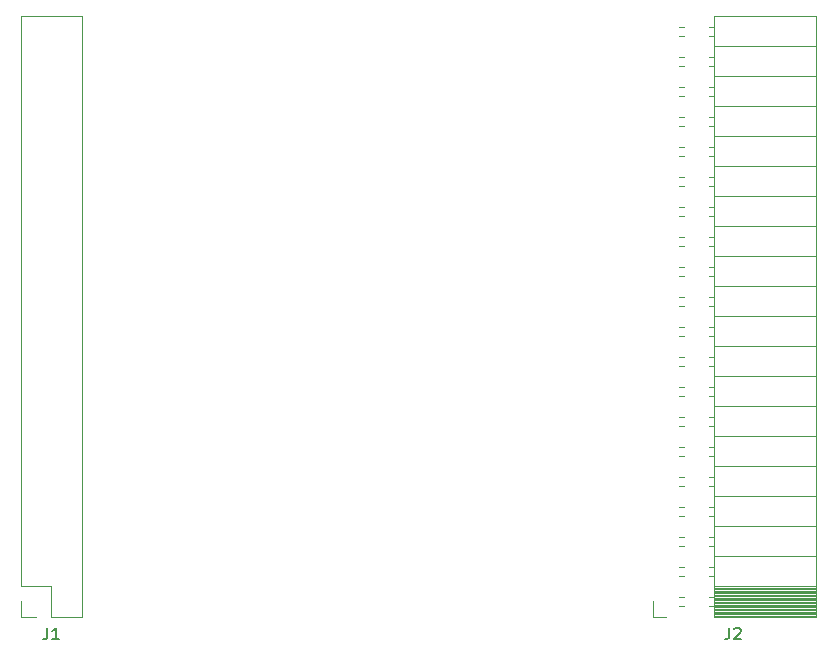
<source format=gbr>
%TF.GenerationSoftware,KiCad,Pcbnew,(5.1.10)-1*%
%TF.CreationDate,2022-02-03T10:32:43+01:00*%
%TF.ProjectId,IDE-Adapter,4944452d-4164-4617-9074-65722e6b6963,rev?*%
%TF.SameCoordinates,Original*%
%TF.FileFunction,Legend,Top*%
%TF.FilePolarity,Positive*%
%FSLAX46Y46*%
G04 Gerber Fmt 4.6, Leading zero omitted, Abs format (unit mm)*
G04 Created by KiCad (PCBNEW (5.1.10)-1) date 2022-02-03 10:32:43*
%MOMM*%
%LPD*%
G01*
G04 APERTURE LIST*
%ADD10C,0.120000*%
%ADD11C,0.150000*%
G04 APERTURE END LIST*
D10*
%TO.C,J1*%
X96580000Y-123250000D02*
X93980000Y-123250000D01*
X96580000Y-123250000D02*
X96580000Y-72330000D01*
X96580000Y-72330000D02*
X91380000Y-72330000D01*
X91380000Y-120650000D02*
X91380000Y-72330000D01*
X93980000Y-120650000D02*
X91380000Y-120650000D01*
X93980000Y-123250000D02*
X93980000Y-120650000D01*
X91380000Y-123250000D02*
X91380000Y-121920000D01*
X92710000Y-123250000D02*
X91380000Y-123250000D01*
%TO.C,J2*%
X158680000Y-123130000D02*
X150050000Y-123130000D01*
X158680000Y-123011905D02*
X150050000Y-123011905D01*
X158680000Y-122893810D02*
X150050000Y-122893810D01*
X158680000Y-122775715D02*
X150050000Y-122775715D01*
X158680000Y-122657620D02*
X150050000Y-122657620D01*
X158680000Y-122539525D02*
X150050000Y-122539525D01*
X158680000Y-122421430D02*
X150050000Y-122421430D01*
X158680000Y-122303335D02*
X150050000Y-122303335D01*
X158680000Y-122185240D02*
X150050000Y-122185240D01*
X158680000Y-122067145D02*
X150050000Y-122067145D01*
X158680000Y-121949050D02*
X150050000Y-121949050D01*
X158680000Y-121830955D02*
X150050000Y-121830955D01*
X158680000Y-121712860D02*
X150050000Y-121712860D01*
X158680000Y-121594765D02*
X150050000Y-121594765D01*
X158680000Y-121476670D02*
X150050000Y-121476670D01*
X158680000Y-121358575D02*
X150050000Y-121358575D01*
X158680000Y-121240480D02*
X150050000Y-121240480D01*
X158680000Y-121122385D02*
X150050000Y-121122385D01*
X158680000Y-121004290D02*
X150050000Y-121004290D01*
X158680000Y-120886195D02*
X150050000Y-120886195D01*
X158680000Y-120768100D02*
X150050000Y-120768100D01*
X150050000Y-122280000D02*
X149640000Y-122280000D01*
X147540000Y-122280000D02*
X147160000Y-122280000D01*
X150050000Y-121560000D02*
X149640000Y-121560000D01*
X147540000Y-121560000D02*
X147160000Y-121560000D01*
X150050000Y-119740000D02*
X149640000Y-119740000D01*
X147540000Y-119740000D02*
X147100000Y-119740000D01*
X150050000Y-119020000D02*
X149640000Y-119020000D01*
X147540000Y-119020000D02*
X147100000Y-119020000D01*
X150050000Y-117200000D02*
X149640000Y-117200000D01*
X147540000Y-117200000D02*
X147100000Y-117200000D01*
X150050000Y-116480000D02*
X149640000Y-116480000D01*
X147540000Y-116480000D02*
X147100000Y-116480000D01*
X150050000Y-114660000D02*
X149640000Y-114660000D01*
X147540000Y-114660000D02*
X147100000Y-114660000D01*
X150050000Y-113940000D02*
X149640000Y-113940000D01*
X147540000Y-113940000D02*
X147100000Y-113940000D01*
X150050000Y-112120000D02*
X149640000Y-112120000D01*
X147540000Y-112120000D02*
X147100000Y-112120000D01*
X150050000Y-111400000D02*
X149640000Y-111400000D01*
X147540000Y-111400000D02*
X147100000Y-111400000D01*
X150050000Y-109580000D02*
X149640000Y-109580000D01*
X147540000Y-109580000D02*
X147100000Y-109580000D01*
X150050000Y-108860000D02*
X149640000Y-108860000D01*
X147540000Y-108860000D02*
X147100000Y-108860000D01*
X150050000Y-107040000D02*
X149640000Y-107040000D01*
X147540000Y-107040000D02*
X147100000Y-107040000D01*
X150050000Y-106320000D02*
X149640000Y-106320000D01*
X147540000Y-106320000D02*
X147100000Y-106320000D01*
X150050000Y-104500000D02*
X149640000Y-104500000D01*
X147540000Y-104500000D02*
X147100000Y-104500000D01*
X150050000Y-103780000D02*
X149640000Y-103780000D01*
X147540000Y-103780000D02*
X147100000Y-103780000D01*
X150050000Y-101960000D02*
X149640000Y-101960000D01*
X147540000Y-101960000D02*
X147100000Y-101960000D01*
X150050000Y-101240000D02*
X149640000Y-101240000D01*
X147540000Y-101240000D02*
X147100000Y-101240000D01*
X150050000Y-99420000D02*
X149640000Y-99420000D01*
X147540000Y-99420000D02*
X147100000Y-99420000D01*
X150050000Y-98700000D02*
X149640000Y-98700000D01*
X147540000Y-98700000D02*
X147100000Y-98700000D01*
X150050000Y-96880000D02*
X149640000Y-96880000D01*
X147540000Y-96880000D02*
X147100000Y-96880000D01*
X150050000Y-96160000D02*
X149640000Y-96160000D01*
X147540000Y-96160000D02*
X147100000Y-96160000D01*
X150050000Y-94340000D02*
X149640000Y-94340000D01*
X147540000Y-94340000D02*
X147100000Y-94340000D01*
X150050000Y-93620000D02*
X149640000Y-93620000D01*
X147540000Y-93620000D02*
X147100000Y-93620000D01*
X150050000Y-91800000D02*
X149640000Y-91800000D01*
X147540000Y-91800000D02*
X147100000Y-91800000D01*
X150050000Y-91080000D02*
X149640000Y-91080000D01*
X147540000Y-91080000D02*
X147100000Y-91080000D01*
X150050000Y-89260000D02*
X149640000Y-89260000D01*
X147540000Y-89260000D02*
X147100000Y-89260000D01*
X150050000Y-88540000D02*
X149640000Y-88540000D01*
X147540000Y-88540000D02*
X147100000Y-88540000D01*
X150050000Y-86720000D02*
X149640000Y-86720000D01*
X147540000Y-86720000D02*
X147100000Y-86720000D01*
X150050000Y-86000000D02*
X149640000Y-86000000D01*
X147540000Y-86000000D02*
X147100000Y-86000000D01*
X150050000Y-84180000D02*
X149640000Y-84180000D01*
X147540000Y-84180000D02*
X147100000Y-84180000D01*
X150050000Y-83460000D02*
X149640000Y-83460000D01*
X147540000Y-83460000D02*
X147100000Y-83460000D01*
X150050000Y-81640000D02*
X149640000Y-81640000D01*
X147540000Y-81640000D02*
X147100000Y-81640000D01*
X150050000Y-80920000D02*
X149640000Y-80920000D01*
X147540000Y-80920000D02*
X147100000Y-80920000D01*
X150050000Y-79100000D02*
X149640000Y-79100000D01*
X147540000Y-79100000D02*
X147100000Y-79100000D01*
X150050000Y-78380000D02*
X149640000Y-78380000D01*
X147540000Y-78380000D02*
X147100000Y-78380000D01*
X150050000Y-76560000D02*
X149640000Y-76560000D01*
X147540000Y-76560000D02*
X147100000Y-76560000D01*
X150050000Y-75840000D02*
X149640000Y-75840000D01*
X147540000Y-75840000D02*
X147100000Y-75840000D01*
X150050000Y-74020000D02*
X149640000Y-74020000D01*
X147540000Y-74020000D02*
X147100000Y-74020000D01*
X150050000Y-73300000D02*
X149640000Y-73300000D01*
X147540000Y-73300000D02*
X147100000Y-73300000D01*
X158680000Y-120650000D02*
X150050000Y-120650000D01*
X158680000Y-118110000D02*
X150050000Y-118110000D01*
X158680000Y-115570000D02*
X150050000Y-115570000D01*
X158680000Y-113030000D02*
X150050000Y-113030000D01*
X158680000Y-110490000D02*
X150050000Y-110490000D01*
X158680000Y-107950000D02*
X150050000Y-107950000D01*
X158680000Y-105410000D02*
X150050000Y-105410000D01*
X158680000Y-102870000D02*
X150050000Y-102870000D01*
X158680000Y-100330000D02*
X150050000Y-100330000D01*
X158680000Y-97790000D02*
X150050000Y-97790000D01*
X158680000Y-95250000D02*
X150050000Y-95250000D01*
X158680000Y-92710000D02*
X150050000Y-92710000D01*
X158680000Y-90170000D02*
X150050000Y-90170000D01*
X158680000Y-87630000D02*
X150050000Y-87630000D01*
X158680000Y-85090000D02*
X150050000Y-85090000D01*
X158680000Y-82550000D02*
X150050000Y-82550000D01*
X158680000Y-80010000D02*
X150050000Y-80010000D01*
X158680000Y-77470000D02*
X150050000Y-77470000D01*
X158680000Y-74930000D02*
X150050000Y-74930000D01*
X158680000Y-123250000D02*
X150050000Y-123250000D01*
X150050000Y-123250000D02*
X150050000Y-72330000D01*
X158680000Y-72330000D02*
X150050000Y-72330000D01*
X158680000Y-123250000D02*
X158680000Y-72330000D01*
X144940000Y-123250000D02*
X144940000Y-121920000D01*
X146050000Y-123250000D02*
X144940000Y-123250000D01*
%TO.C,J1*%
D11*
X93646666Y-124142380D02*
X93646666Y-124856666D01*
X93599047Y-124999523D01*
X93503809Y-125094761D01*
X93360952Y-125142380D01*
X93265714Y-125142380D01*
X94646666Y-125142380D02*
X94075238Y-125142380D01*
X94360952Y-125142380D02*
X94360952Y-124142380D01*
X94265714Y-124285238D01*
X94170476Y-124380476D01*
X94075238Y-124428095D01*
%TO.C,J2*%
X151366666Y-124142380D02*
X151366666Y-124856666D01*
X151319047Y-124999523D01*
X151223809Y-125094761D01*
X151080952Y-125142380D01*
X150985714Y-125142380D01*
X151795238Y-124237619D02*
X151842857Y-124190000D01*
X151938095Y-124142380D01*
X152176190Y-124142380D01*
X152271428Y-124190000D01*
X152319047Y-124237619D01*
X152366666Y-124332857D01*
X152366666Y-124428095D01*
X152319047Y-124570952D01*
X151747619Y-125142380D01*
X152366666Y-125142380D01*
%TD*%
M02*

</source>
